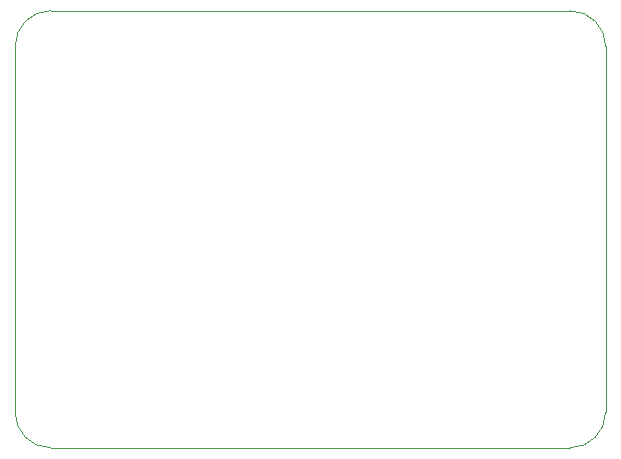
<source format=gbr>
G04 #@! TF.GenerationSoftware,KiCad,Pcbnew,(5.1.5)-3*
G04 #@! TF.CreationDate,2021-07-19T11:54:44+02:00*
G04 #@! TF.ProjectId,sDrive1,73447269-7665-4312-9e6b-696361645f70,rev?*
G04 #@! TF.SameCoordinates,Original*
G04 #@! TF.FileFunction,Profile,NP*
%FSLAX46Y46*%
G04 Gerber Fmt 4.6, Leading zero omitted, Abs format (unit mm)*
G04 Created by KiCad (PCBNEW (5.1.5)-3) date 2021-07-19 11:54:44*
%MOMM*%
%LPD*%
G04 APERTURE LIST*
%ADD10C,0.050000*%
G04 APERTURE END LIST*
D10*
X2540000Y36690000D02*
G75*
G03X-460000Y33690000I0J-3000000D01*
G01*
X49540000Y33690000D02*
G75*
G03X46540000Y36690000I-3000000J0D01*
G01*
X46540000Y-310000D02*
G75*
G03X49540000Y2690000I0J3000000D01*
G01*
X-460000Y2690000D02*
G75*
G03X2540000Y-310000I3000000J0D01*
G01*
X2540000Y36690000D02*
X46540000Y36690000D01*
X49540000Y2690000D02*
X49540000Y33690000D01*
X2540000Y-310000D02*
X46540000Y-310000D01*
X-460000Y2690000D02*
X-460000Y33690000D01*
M02*

</source>
